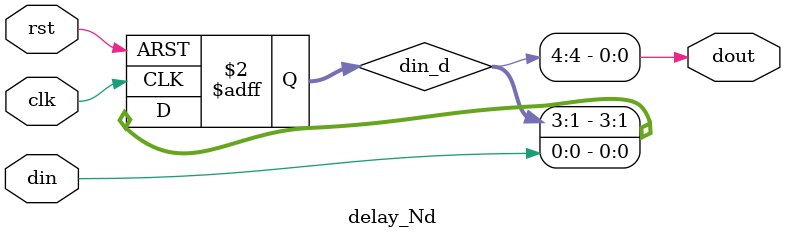
<source format=v>
`timescale 1ns / 1ps


module delay_Nd(
    input clk,
    input rst,
    input din,
    output dout
    );

parameter N = 4; 
reg [N:1] din_d;

always @ (posedge clk or posedge rst)
begin
    if (rst) din_d <= {N{1'b0}};
    else begin
        din_d <= {din_d[N-1:1], din}; 
    end
end

assign dout = din_d[N]; 

endmodule


</source>
